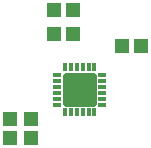
<source format=gts>
G04 #@! TF.GenerationSoftware,KiCad,Pcbnew,8.0.7*
G04 #@! TF.CreationDate,2025-01-11T12:37:20+01:00*
G04 #@! TF.ProjectId,NGCL,4e47434c-2e6b-4696-9361-645f70636258,rev?*
G04 #@! TF.SameCoordinates,Original*
G04 #@! TF.FileFunction,Soldermask,Top*
G04 #@! TF.FilePolarity,Negative*
%FSLAX46Y46*%
G04 Gerber Fmt 4.6, Leading zero omitted, Abs format (unit mm)*
G04 Created by KiCad (PCBNEW 8.0.7) date 2025-01-11 12:37:20*
%MOMM*%
%LPD*%
G01*
G04 APERTURE LIST*
G04 Aperture macros list*
%AMRoundRect*
0 Rectangle with rounded corners*
0 $1 Rounding radius*
0 $2 $3 $4 $5 $6 $7 $8 $9 X,Y pos of 4 corners*
0 Add a 4 corners polygon primitive as box body*
4,1,4,$2,$3,$4,$5,$6,$7,$8,$9,$2,$3,0*
0 Add four circle primitives for the rounded corners*
1,1,$1+$1,$2,$3*
1,1,$1+$1,$4,$5*
1,1,$1+$1,$6,$7*
1,1,$1+$1,$8,$9*
0 Add four rect primitives between the rounded corners*
20,1,$1+$1,$2,$3,$4,$5,0*
20,1,$1+$1,$4,$5,$6,$7,0*
20,1,$1+$1,$6,$7,$8,$9,0*
20,1,$1+$1,$8,$9,$2,$3,0*%
G04 Aperture macros list end*
%ADD10RoundRect,0.000000X-0.575000X-0.550000X0.575000X-0.550000X0.575000X0.550000X-0.575000X0.550000X0*%
%ADD11RoundRect,0.000000X0.550000X-0.575000X0.550000X0.575000X-0.550000X0.575000X-0.550000X-0.575000X0*%
%ADD12RoundRect,0.079167X-0.280833X-0.110833X0.280833X-0.110833X0.280833X0.110833X-0.280833X0.110833X0*%
%ADD13RoundRect,0.079167X0.110833X-0.280833X0.110833X0.280833X-0.110833X0.280833X-0.110833X-0.280833X0*%
%ADD14RoundRect,0.079167X0.280833X0.110833X-0.280833X0.110833X-0.280833X-0.110833X0.280833X-0.110833X0*%
%ADD15RoundRect,0.079167X-0.110833X0.280833X-0.110833X-0.280833X0.110833X-0.280833X0.110833X0.280833X0*%
%ADD16RoundRect,0.142000X-1.278000X1.278000X-1.278000X-1.278000X1.278000X-1.278000X1.278000X1.278000X0*%
G04 APERTURE END LIST*
D10*
G04 #@! TO.C,R3*
X144900000Y-98000000D03*
X146500000Y-98000000D03*
G04 #@! TD*
G04 #@! TO.C,R2*
X144900000Y-100000000D03*
X146500000Y-100000000D03*
G04 #@! TD*
D11*
G04 #@! TO.C,R4*
X143000000Y-108800000D03*
X143000000Y-107200000D03*
G04 #@! TD*
D12*
G04 #@! TO.C,U1*
X145175000Y-103500000D03*
X145175000Y-104000000D03*
X145175000Y-104500000D03*
X145175000Y-105000000D03*
X145175000Y-105500000D03*
X145175000Y-106000000D03*
D13*
X145837500Y-106662500D03*
X146337500Y-106662500D03*
X146837500Y-106662500D03*
X147337500Y-106662500D03*
X147837500Y-106662500D03*
X148337500Y-106662500D03*
D14*
X149000000Y-106000000D03*
X149000000Y-105500000D03*
X149000000Y-105000000D03*
X149000000Y-104500000D03*
X149000000Y-104000000D03*
X149000000Y-103500000D03*
D15*
X148337500Y-102837500D03*
X147837500Y-102837500D03*
X147337500Y-102837500D03*
X146837500Y-102837500D03*
X146337500Y-102837500D03*
X145837500Y-102837500D03*
D16*
X147087500Y-104750000D03*
G04 #@! TD*
D11*
G04 #@! TO.C,R5*
X141200000Y-108800000D03*
X141200000Y-107200000D03*
G04 #@! TD*
D10*
G04 #@! TO.C,R1*
X150700000Y-101000000D03*
X152300000Y-101000000D03*
G04 #@! TD*
M02*

</source>
